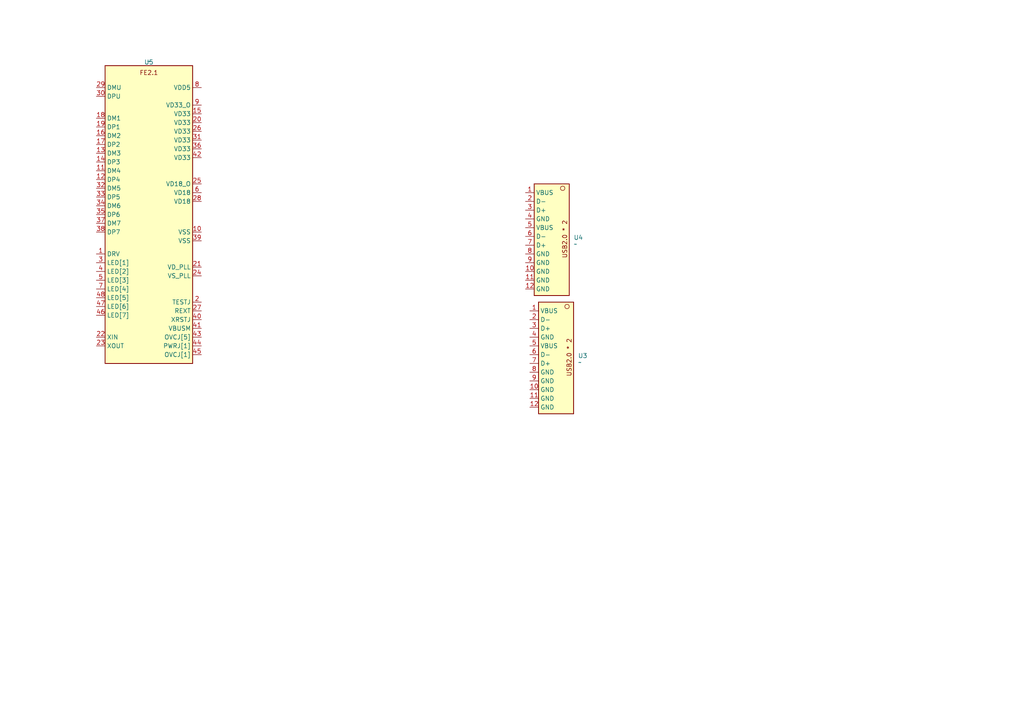
<source format=kicad_sch>
(kicad_sch (version 20231120) (generator "eeschema") (generator_version "8.0")
  (paper "A4")
  (lib_symbols
    (symbol "UsbHub:FE2.1-CQFP48A"
      (property "Reference" "U" (at 0 0.762 0))
      (symbol "FE2.1-CQFP48A_1_1"
        (rectangle (start 0 0) (end 25.4 -86.36) (stroke (width 0.254)) (fill (type background)))
        (text "FE2.1" (at 12.7 -2.032 0) (effects (font (size 1.27 1.27))))
        (pin passive line (at -2.54 -54.61 0) (length 2.54) (name "DRV") (number "1"))
        (pin power_in line (at 27.94 -48.26 180) (length 2.54) (name "VSS") (number "10"))
        (pin passive line (at -2.54 -30.48 0) (length 2.54) (name "DM4") (number "11"))
        (pin passive line (at -2.54 -33.02 0) (length 2.54) (name "DP4") (number "12"))
        (pin passive line (at -2.54 -25.4 0) (length 2.54) (name "DM3") (number "13"))
        (pin passive line (at -2.54 -27.94 0) (length 2.54) (name "DP3") (number "14"))
        (pin power_in line (at 27.94 -13.97 180) (length 2.54) (name "VD33") (number "15"))
        (pin passive line (at -2.54 -20.32 0) (length 2.54) (name "DM2") (number "16"))
        (pin passive line (at -2.54 -22.86 0) (length 2.54) (name "DP2") (number "17"))
        (pin passive line (at -2.54 -15.24 0) (length 2.54) (name "DM1") (number "18"))
        (pin passive line (at -2.54 -17.78 0) (length 2.54) (name "DP1") (number "19"))
        (pin passive line (at 27.94 -68.58 180) (length 2.54) (name "TESTJ") (number "2"))
        (pin power_in line (at 27.94 -16.51 180) (length 2.54) (name "VD33") (number "20"))
        (pin power_in line (at 27.94 -58.42 180) (length 2.54) (name "VD_PLL") (number "21"))
        (pin passive line (at -2.54 -78.74 0) (length 2.54) (name "XIN") (number "22"))
        (pin passive line (at -2.54 -81.28 0) (length 2.54) (name "XOUT") (number "23"))
        (pin power_in line (at 27.94 -60.96 180) (length 2.54) (name "VS_PLL") (number "24"))
        (pin power_in line (at 27.94 -34.29 180) (length 2.54) (name "VD18_O") (number "25"))
        (pin power_in line (at 27.94 -19.05 180) (length 2.54) (name "VD33") (number "26"))
        (pin passive line (at 27.94 -71.12 180) (length 2.54) (name "REXT") (number "27"))
        (pin power_in line (at 27.94 -39.37 180) (length 2.54) (name "VD18") (number "28"))
        (pin passive line (at -2.54 -6.35 0) (length 2.54) (name "DMU") (number "29"))
        (pin passive line (at -2.54 -57.15 0) (length 2.54) (name "LED[1]") (number "3"))
        (pin passive line (at -2.54 -8.89 0) (length 2.54) (name "DPU") (number "30"))
        (pin power_in line (at 27.94 -21.59 180) (length 2.54) (name "VD33") (number "31"))
        (pin passive line (at -2.54 -35.56 0) (length 2.54) (name "DM5") (number "32"))
        (pin passive line (at -2.54 -38.1 0) (length 2.54) (name "DP5") (number "33"))
        (pin passive line (at -2.54 -40.64 0) (length 2.54) (name "DM6") (number "34"))
        (pin passive line (at -2.54 -43.18 0) (length 2.54) (name "DP6") (number "35"))
        (pin power_in line (at 27.94 -24.13 180) (length 2.54) (name "VD33") (number "36"))
        (pin passive line (at -2.54 -45.72 0) (length 2.54) (name "DM7") (number "37"))
        (pin passive line (at -2.54 -48.26 0) (length 2.54) (name "DP7") (number "38"))
        (pin power_in line (at 27.94 -50.8 180) (length 2.54) (name "VSS") (number "39"))
        (pin passive line (at -2.54 -59.69 0) (length 2.54) (name "LED[2]") (number "4"))
        (pin passive line (at 27.94 -73.66 180) (length 2.54) (name "XRSTJ") (number "40"))
        (pin passive line (at 27.94 -76.2 180) (length 2.54) (name "VBUSM") (number "41"))
        (pin power_in line (at 27.94 -26.67 180) (length 2.54) (name "VD33") (number "42"))
        (pin passive line (at 27.94 -78.74 180) (length 2.54) (name "OVCJ[5]") (number "43"))
        (pin passive line (at 27.94 -81.28 180) (length 2.54) (name "PWRJ[1]") (number "44"))
        (pin passive line (at 27.94 -83.82 180) (length 2.54) (name "OVCJ[1]") (number "45"))
        (pin passive line (at -2.54 -72.39 0) (length 2.54) (name "LED[7]") (number "46"))
        (pin passive line (at -2.54 -69.85 0) (length 2.54) (name "LED[6]") (number "47"))
        (pin passive line (at -2.54 -67.31 0) (length 2.54) (name "LED[5]") (number "48"))
        (pin passive line (at -2.54 -62.23 0) (length 2.54) (name "LED[3]") (number "5"))
        (pin power_in line (at 27.94 -36.83 180) (length 2.54) (name "VD18") (number "6"))
        (pin passive line (at -2.54 -64.77 0) (length 2.54) (name "LED[4]") (number "7"))
        (pin power_in line (at 27.94 -6.35 180) (length 2.54) (name "VDD5") (number "8"))
        (pin power_in line (at 27.94 -11.43 180) (length 2.54) (name "VD33_O") (number "9"))
      )
    )
    (symbol "UsbHub:USB-269-BRW"
      (property "Reference" "U" (at 5.08 1.016 0))
      (symbol "USB-269-BRW_0_1"
        (circle (center 8.255 -1.27) (radius 0.635))
      )
      (symbol "USB-269-BRW_1_1"
        (rectangle (start 0 0) (end 10.16 -32.385) (stroke (width 0.254)) (fill (type background)))
        (text "USB2.0 * 2" (at 8.89 -16.002 900) (effects (font (size 1.27 1.27))))
        (pin power_in line (at -2.54 -2.54 0) (length 2.54) (name "VBUS") (number "1"))
        (pin power_in line (at -2.54 -25.4 0) (length 2.54) (name "GND") (number "10"))
        (pin power_in line (at -2.54 -27.94 0) (length 2.54) (name "GND") (number "11"))
        (pin power_in line (at -2.54 -30.48 0) (length 2.54) (name "GND") (number "12"))
        (pin passive line (at -2.54 -5.08 0) (length 2.54) (name "D-") (number "2"))
        (pin passive line (at -2.54 -7.62 0) (length 2.54) (name "D+") (number "3"))
        (pin power_in line (at -2.54 -10.16 0) (length 2.54) (name "GND") (number "4"))
        (pin power_in line (at -2.54 -12.7 0) (length 2.54) (name "VBUS") (number "5"))
        (pin passive line (at -2.54 -15.24 0) (length 2.54) (name "D-") (number "6"))
        (pin passive line (at -2.54 -17.78 0) (length 2.54) (name "D+") (number "7"))
        (pin power_in line (at -2.54 -20.32 0) (length 2.54) (name "GND") (number "8"))
        (pin power_in line (at -2.54 -22.86 0) (length 2.54) (name "GND") (number "9"))
      )
    )
  )
  (symbol (lib_id "UsbHub:FE2.1-CQFP48A") (at 30.48 19.05 0) (unit 1)
    (property "Reference" "U5" (at 43.18 18.034 0))
    (property "Value" "~" (at 43.18 17.78 0))
  )
  (symbol (lib_id "UsbHub:USB-269-BRW") (at 154.94 53.34 0) (unit 1)
    (property "Reference" "U4" (at 166.37 68.8974 0) (effects (justify left)))
    (property "Value" "~" (at 166.37 70.8025 0) (effects (justify left)))
  )
  (symbol (lib_id "UsbHub:USB-269-BRW") (at 156.21 87.63 0) (unit 1)
    (property "Reference" "U3" (at 167.64 103.1874 0) (effects (justify left)))
    (property "Value" "~" (at 167.64 105.0925 0) (effects (justify left)))
  )
)
</source>
